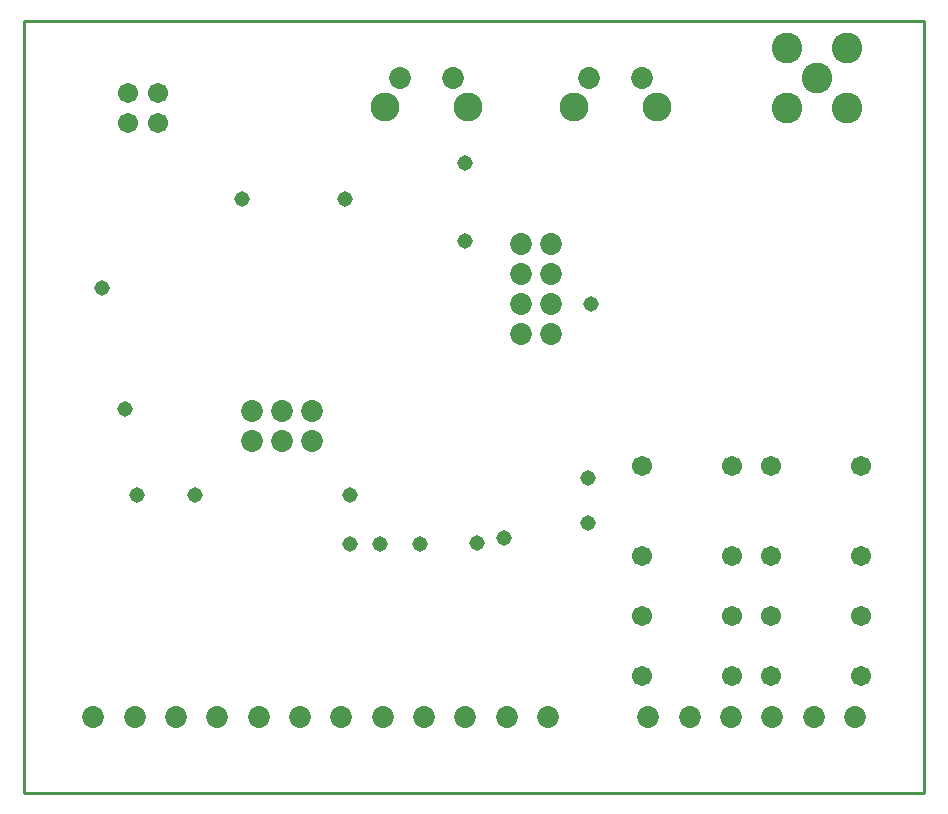
<source format=gbr>
G04 EAGLE Gerber RS-274X export*
G75*
%MOMM*%
%FSLAX34Y34*%
%LPD*%
%INSoldermask Bottom*%
%IPPOS*%
%AMOC8*
5,1,8,0,0,1.08239X$1,22.5*%
G01*
%ADD10C,1.853200*%
%ADD11C,2.603200*%
%ADD12C,1.711200*%
%ADD13C,2.453200*%
%ADD14C,1.309600*%
%ADD15C,0.254000*%


D10*
X218440Y298450D03*
X193040Y323850D03*
X193040Y298450D03*
X243840Y323850D03*
X243840Y298450D03*
X218440Y323850D03*
X420370Y388620D03*
X445770Y464820D03*
X445770Y439420D03*
X420370Y464820D03*
X420370Y439420D03*
X420370Y414020D03*
X445770Y414020D03*
X445770Y388620D03*
D11*
X671000Y605790D03*
X645600Y631190D03*
X645600Y580390D03*
X696400Y580390D03*
X696400Y631190D03*
D10*
X443500Y64770D03*
X408500Y64770D03*
X373500Y64770D03*
X338500Y64770D03*
X303500Y64770D03*
X268500Y64770D03*
X233500Y64770D03*
X198500Y64770D03*
X163500Y64770D03*
X128500Y64770D03*
X93500Y64770D03*
X58500Y64770D03*
X703500Y64770D03*
X668500Y64770D03*
X633500Y64770D03*
X598500Y64770D03*
X563500Y64770D03*
X528500Y64770D03*
D12*
X113700Y567690D03*
X88300Y567690D03*
X113700Y593090D03*
X88300Y593090D03*
D10*
X363500Y605790D03*
X318500Y605790D03*
D13*
X376000Y580790D03*
X306000Y580790D03*
D10*
X523500Y605790D03*
X478500Y605790D03*
D13*
X536000Y580790D03*
X466000Y580790D03*
D12*
X523240Y276860D03*
X599440Y149860D03*
X599440Y276860D03*
X523240Y149860D03*
X523240Y200660D03*
X599440Y200660D03*
X523240Y99060D03*
X599440Y99060D03*
X632460Y276860D03*
X708660Y149860D03*
X708660Y276860D03*
X632460Y149860D03*
X632460Y200660D03*
X708660Y200660D03*
X632460Y99060D03*
X708660Y99060D03*
D14*
X373380Y533400D03*
X477520Y228600D03*
X184150Y502920D03*
X271780Y502920D03*
X477520Y266700D03*
X373380Y467360D03*
X95250Y252730D03*
X66040Y427990D03*
X85090Y325120D03*
X406400Y215900D03*
X144780Y252730D03*
X383540Y212090D03*
X335280Y210820D03*
X300990Y210820D03*
X275590Y252730D03*
X275590Y210820D03*
X480060Y414020D03*
D15*
X0Y0D02*
X762000Y0D01*
X762000Y654050D01*
X0Y654050D01*
X0Y0D01*
M02*

</source>
